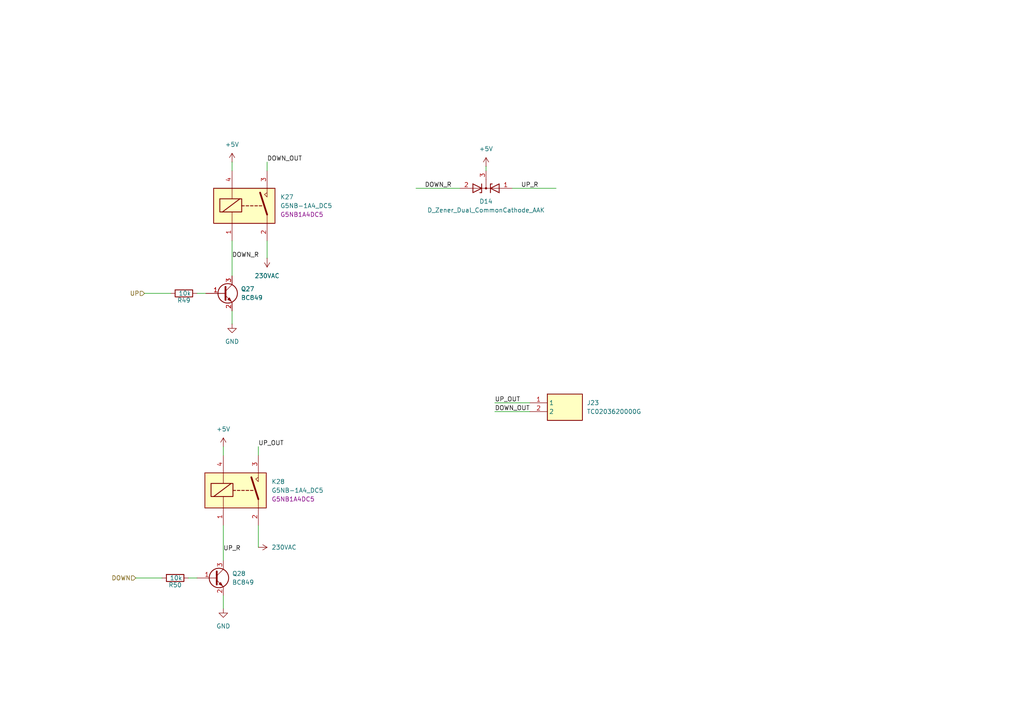
<source format=kicad_sch>
(kicad_sch (version 20231120) (generator "eeschema") (generator_version "8.0")
  (paper "A4")
  (lib_symbols
    (symbol "Device:D_Zener_Dual_CommonCathode_AAK" (pin_names (offset 0.762) hide)
      (property "Reference" "D" (at 1.27 -2.54 0))
      (property "Value" "D_Zener_Dual_CommonCathode_AAK" (at 0 2.54 0))
      (symbol "D_Zener_Dual_CommonCathode_AAK_0_1"
        (polyline (pts (xy -3.81 0) (xy 3.81 0)))
        (polyline (pts (xy 0 0) (xy 0 -2.54)))
        (polyline (pts (xy -1.27 1.27) (xy -1.27 -1.27) (xy -1.778 -1.27)) (stroke (width 0.254)))
        (polyline (pts (xy 1.27 -1.27) (xy 1.27 1.27) (xy 1.778 1.27)) (stroke (width 0.254)))
        (polyline (pts (xy -3.81 1.27) (xy -1.27 0) (xy -3.81 -1.27) (xy -3.81 1.27) (xy -3.81 1.27) (xy -3.81 1.27)) (stroke (width 0.254)))
        (polyline (pts (xy 3.81 -1.27) (xy 1.27 0) (xy 3.81 1.27) (xy 3.81 -1.27) (xy 3.81 -1.27) (xy 3.81 -1.27)) (stroke (width 0.254)))
        (circle (center 0 0) (radius 0.254) (fill (type outline)))
        (pin passive line (at -7.62 0 0) (length 3.81) (name "A") (number "1"))
        (pin passive line (at 7.62 0 180) (length 3.81) (name "A") (number "2"))
        (pin passive line (at 0 -5.08 90) (length 2.54) (name "K") (number "3"))
      )
    )
    (symbol "Device:R" (pin_numbers hide) (pin_names (offset 0))
      (property "Reference" "R" (at 2.032 0 90))
      (property "Value" "R" (at 0 0 90))
      (symbol "R_0_1"
        (rectangle (start -1.016 -2.54) (end 1.016 2.54) (stroke (width 0.254)))
      )
      (symbol "R_1_1"
        (pin passive line (at 0 3.81 270) (length 1.27) (name "~") (number "1"))
        (pin passive line (at 0 -3.81 90) (length 1.27) (name "~") (number "2"))
      )
    )
    (symbol "G5NB-1A4_DC5_1"
      (property "Reference" "K" (at 1.27 24.892 0))
      (property "Value" "G5NB-1A4_DC5" (at 0.508 4.572 0))
      (property "Footprint" "G5NB1A4DC5" (at 0.762 2.54 0))
      (symbol "G5NB-1A4_DC5_1_0_0"
        (polyline (pts (xy 11.43 7.62) (xy 8.89 7.62) (xy 9.652 8.382) (xy 10.16 7.62)))
      )
      (symbol "G5NB-1A4_DC5_1_0_1"
        (polyline (pts (xy 1.27 17.78) (xy 4.572 17.78)))
        (polyline (pts (xy 3.81 7.62) (xy 1.27 7.62)))
        (polyline (pts (xy 3.81 7.62) (xy 10.16 9.652)) (stroke (width 0.508)))
        (polyline (pts (xy 4.572 20.574) (xy 8.382 15.494)) (stroke (width 0.254)))
        (polyline (pts (xy 6.35 9.906) (xy 6.35 9.144)) (stroke (width 0.254)))
        (polyline (pts (xy 6.35 11.176) (xy 6.35 10.414)) (stroke (width 0.254)))
        (polyline (pts (xy 6.35 12.446) (xy 6.35 11.684)) (stroke (width 0.254)))
        (polyline (pts (xy 6.35 13.716) (xy 6.35 12.954)) (stroke (width 0.254)))
        (polyline (pts (xy 6.35 14.986) (xy 6.35 14.224)) (stroke (width 0.254)))
        (polyline (pts (xy 11.43 17.78) (xy 8.382 17.78)))
        (rectangle (start 1.27 23.114) (end 11.43 5.334) (stroke (width 0.254)) (fill (type background)))
        (rectangle (start 8.382 21.336) (end 4.572 14.986) (stroke (width 0.254)))
      )
      (symbol "G5NB-1A4_DC5_1_1_1"
        (pin passive line (at -3.81 17.78 0) (length 5.08) (name "") (number "1"))
        (pin passive line (at -3.81 7.62 0) (length 5.08) (name "") (number "2"))
        (pin passive line (at 16.51 7.62 180) (length 5.08) (name "") (number "3"))
        (pin passive line (at 16.51 17.78 180) (length 5.08) (name "") (number "4"))
      )
    )
    (symbol "TC0203620000G:TC0203620000G"
      (property "Reference" "J" (at 16.51 7.62 0))
      (property "Value" "TC0203620000G" (at 16.51 5.08 0))
      (symbol "TC0203620000G_1_1"
        (rectangle (start 5.08 2.54) (end 15.24 -5.08) (stroke (width 0.254)) (fill (type background)))
        (pin passive line (at 0 0 0) (length 5.08) (name "1") (number "1"))
        (pin passive line (at 0 -2.54 0) (length 5.08) (name "2") (number "2"))
      )
    )
    (symbol "Transistor_BJT:BC849" (pin_names (offset 0) hide)
      (property "Reference" "Q" (at 5.08 1.905 0))
      (property "Value" "BC849" (at 5.08 0 0))
      (symbol "BC849_0_1"
        (polyline (pts (xy 0.635 0.635) (xy 2.54 2.54)))
        (polyline (pts (xy 0.635 -0.635) (xy 2.54 -2.54) (xy 2.54 -2.54)))
        (polyline (pts (xy 0.635 1.905) (xy 0.635 -1.905) (xy 0.635 -1.905)) (stroke (width 0.508)))
        (polyline (pts (xy 1.27 -1.778) (xy 1.778 -1.27) (xy 2.286 -2.286) (xy 1.27 -1.778) (xy 1.27 -1.778)) (fill (type outline)))
        (circle (center 1.27 0) (radius 2.8194) (stroke (width 0.254)))
      )
      (symbol "BC849_1_1"
        (pin input line (at -5.08 0 0) (length 5.715) (name "B") (number "1"))
        (pin passive line (at 2.54 -5.08 90) (length 2.54) (name "E") (number "2"))
        (pin passive line (at 2.54 5.08 270) (length 2.54) (name "C") (number "3"))
      )
    )
    (symbol "power:+3V3" (power) (pin_numbers hide) (pin_names (offset 0) hide)
      (property "Value" "+3V3" (at 0 3.556 0))
      (symbol "+3V3_0_1"
        (polyline (pts (xy -0.762 1.27) (xy 0 2.54)))
        (polyline (pts (xy 0 0) (xy 0 2.54)))
        (polyline (pts (xy 0 2.54) (xy 0.762 1.27)))
      )
      (symbol "+3V3_1_1"
        (pin power_in line (at 0 0 90) (length 0) (name "~") (number "1"))
      )
    )
    (symbol "power:GND" (power) (pin_numbers hide) (pin_names (offset 0) hide)
      (property "Value" "GND" (at 0 -3.81 0))
      (symbol "GND_0_1"
        (polyline (pts (xy 0 0) (xy 0 -1.27) (xy 1.27 -1.27) (xy 0 -2.54) (xy -1.27 -1.27) (xy 0 -1.27)))
      )
      (symbol "GND_1_1"
        (pin power_in line (at 0 0 270) (length 0) (name "~") (number "1"))
      )
    )
  )
  (wire (pts (xy 74.93 129.54) (xy 74.93 132.08)))
  (wire (pts (xy 41.91 85.09) (xy 49.53 85.09)))
  (wire (pts (xy 77.47 46.99) (xy 77.47 49.53)))
  (wire (pts (xy 77.47 74.93) (xy 77.47 69.85)))
  (wire (pts (xy 148.59 54.61) (xy 161.29 54.61)))
  (wire (pts (xy 67.31 46.99) (xy 67.31 49.53)))
  (wire (pts (xy 54.61 167.64) (xy 57.15 167.64)))
  (wire (pts (xy 74.93 158.75) (xy 74.93 152.4)))
  (wire (pts (xy 64.77 172.72) (xy 64.77 176.53)))
  (wire (pts (xy 120.65 54.61) (xy 133.35 54.61)))
  (wire (pts (xy 67.31 90.17) (xy 67.31 93.98)))
  (wire (pts (xy 143.51 119.38) (xy 153.67 119.38)))
  (wire (pts (xy 140.97 48.26) (xy 140.97 49.53)))
  (wire (pts (xy 64.77 152.4) (xy 64.77 162.56)))
  (wire (pts (xy 64.77 129.54) (xy 64.77 132.08)))
  (wire (pts (xy 57.15 85.09) (xy 59.69 85.09)))
  (wire (pts (xy 39.37 167.64) (xy 46.99 167.64)))
  (wire (pts (xy 143.51 116.84) (xy 153.67 116.84)))
  (wire (pts (xy 67.31 69.85) (xy 67.31 80.01)))
  (label "DOWN_R" (at 67.31 74.93 0))
  (label "DOWN_OUT" (at 77.47 46.99 0))
  (label "DOWN_R" (at 123.19 54.61 0))
  (label "UP_R" (at 64.77 160.02 0))
  (label "UP_R" (at 151.13 54.61 0))
  (label "UP_OUT" (at 74.93 129.54 0))
  (label "UP_OUT" (at 143.51 116.84 0))
  (label "DOWN_OUT" (at 143.51 119.38 0))
  (hierarchical_label "UP" (shape input) (at 41.91 85.09 180))
  (hierarchical_label "DOWN" (shape input) (at 39.37 167.64 180))
  (symbol (lib_id "power:+3V3") (at 77.47 74.93 180) (unit 1)
    (property "Reference" "#PWR033" (effects (hide yes)))
    (property "Value" "230VAC" (at 77.47 80.01 0))
    (property "Description" "Power symbol creates a global label with name \"+3V3\"" (effects (hide yes)))
    (instances (project "home_auto" (path "" (reference "#PWR0124") (unit 1)) (path "" (reference "#PWR0103") (unit 1)) (path "" (reference "#PWR0117") (unit 1)) (path "" (reference "#PWR0110") (unit 1)) (path "" (reference "#PWR040") (unit 1)) (path "" (reference "#PWR047") (unit 1)) (path "" (reference "#PWR054") (unit 1)) (path "" (reference "#PWR033") (unit 1)) (path "" (reference "#PWR061") (unit 1)) (path "" (reference "#PWR068") (unit 1)) (path "" (reference "#PWR089") (unit 1)) (path "" (reference "#PWR082") (unit 1)) (path "" (reference "#PWR075") (unit 1)) (path "" (reference "#PWR096") (unit 1))))
  )
  (symbol (lib_id "power:+3V3") (at 64.77 129.54 0) (unit 1)
    (property "Reference" "#PWR0105" (effects (hide yes)))
    (property "Value" "+5V" (at 64.77 124.46 0))
    (property "Description" "Power symbol creates a global label with name \"+3V3\"" (effects (hide yes)))
    (instances (project "home_auto" (path "" (reference "#PWR0126") (unit 1)) (path "" (reference "#PWR0105") (unit 1)) (path "" (reference "#PWR0119") (unit 1)) (path "" (reference "#PWR0112") (unit 1)) (path "" (reference "#PWR042") (unit 1)) (path "" (reference "#PWR049") (unit 1)) (path "" (reference "#PWR056") (unit 1)) (path "" (reference "#PWR035") (unit 1)) (path "" (reference "#PWR063") (unit 1)) (path "" (reference "#PWR070") (unit 1)) (path "" (reference "#PWR091") (unit 1)) (path "" (reference "#PWR084") (unit 1)) (path "" (reference "#PWR077") (unit 1)) (path "" (reference "#PWR098") (unit 1))))
  )
  (symbol (lib_id "Device:R") (at 53.34 85.09 270) (unit 1)
    (property "Reference" "R43" (at 53.34 87.122 90))
    (property "Value" "10k" (at 53.594 85.09 90))
    (property "Footprint" "Resistor_SMD:R_0603_1608Metric" (effects (hide yes)))
    (property "Description" "Resistor" (effects (hide yes)))
    (instances (project "home_auto" (path "" (reference "R49") (unit 1)) (path "" (reference "R43") (unit 1)) (path "" (reference "R47") (unit 1)) (path "" (reference "R45") (unit 1)) (path "" (reference "R25") (unit 1)) (path "" (reference "R27") (unit 1)) (path "" (reference "R29") (unit 1)) (path "" (reference "R23") (unit 1)) (path "" (reference "R31") (unit 1)) (path "" (reference "R33") (unit 1)) (path "" (reference "R39") (unit 1)) (path "" (reference "R37") (unit 1)) (path "" (reference "R35") (unit 1)) (path "" (reference "R41") (unit 1))))
  )
  (symbol (lib_id "TC0203620000G:TC0203620000G") (at 153.67 116.84 0) (unit 1)
    (property "Reference" "J20" (at 170.18 116.8399 0) (effects (justify left)))
    (property "Value" "TC0203620000G" (at 170.18 119.3799 0) (effects (justify left)))
    (property "Footprint" "TC0203620000G" (effects (hide yes)))
    (property "Datasheet" "https://componentsearchengine.com/Datasheets/1/TC0203620000G.pdf" (effects (hide yes)))
    (property "Description" "Fixed Terminal Blocks 500 TB WIR PRO 180D" (effects (hide yes)))
    (property "Height" "10.5" (effects (hide yes)))
    (property "Mouser Part Number" "649-TC02036200J0G" (effects (hide yes)))
    (property "Mouser Price/Stock" "https://www.mouser.co.uk/ProductDetail/Amphenol-Anytek/TC0203620000G?qs=Mv7BduZupUiHURQaUHJ1XQ%3D%3D" (effects (hide yes)))
    (property "Manufacturer_Name" "Amphenol" (effects (hide yes)))
    (property "Manufacturer_Part_Number" "TC0203620000G" (effects (hide yes)))
    (instances (project "home_auto" (path "" (reference "J23") (unit 1)) (path "" (reference "J20") (unit 1)) (path "" (reference "J22") (unit 1)) (path "" (reference "J21") (unit 1)) (path "" (reference "J11") (unit 1)) (path "" (reference "J12") (unit 1)) (path "" (reference "J13") (unit 1)) (path "" (reference "J10") (unit 1)) (path "" (reference "J14") (unit 1)) (path "" (reference "J15") (unit 1)) (path "" (reference "J18") (unit 1)) (path "" (reference "J17") (unit 1)) (path "" (reference "J16") (unit 1)) (path "" (reference "J19") (unit 1))))
  )
  (symbol (lib_name "G5NB-1A4_DC5_1") (lib_id "G5NB-1A4_DC5:G5NB-1A4_DC5") (at 85.09 66.04 90) (unit 1)
    (property "Reference" "K1" (at 81.28 57.1499 90) (effects (justify right)))
    (property "Value" "G5NB-1A4_DC5" (at 81.28 59.6899 90) (effects (justify right)))
    (property "Footprint" "G5NB1A4DC5" (at 81.28 62.2299 90) (effects (justify right)))
    (property "Datasheet" "http://omronfs.omron.com/en_US/ecb/products/pdf/en-g5nb.pdf" (effects (hide yes)))
    (property "Description" "General Purpose Relays Power PCB Relay" (effects (hide yes)))
    (property "Height" "15" (effects (hide yes)))
    (property "Mouser Part Number" "653-G5NB-1A4DC5" (effects (hide yes)))
    (property "Mouser Price/Stock" "https://www.mouser.co.uk/ProductDetail/Omron-Electronics/G5NB-1A4-DC5?qs=QTkYtwcxD6PG87x%252BiLy8ng%3D%3D" (effects (hide yes)))
    (property "Manufacturer_Name" "Omron Electronics" (effects (hide yes)))
    (property "Manufacturer_Part_Number" "G5NB-1A4 DC5" (effects (hide yes)))
    (instances (project "home_auto" (path "" (reference "K27") (unit 1)) (path "" (reference "K21") (unit 1)) (path "" (reference "K25") (unit 1)) (path "" (reference "K23") (unit 1)) (path "" (reference "K3") (unit 1)) (path "" (reference "K5") (unit 1)) (path "" (reference "K7") (unit 1)) (path "" (reference "K1") (unit 1)) (path "" (reference "K9") (unit 1)) (path "" (reference "K11") (unit 1)) (path "" (reference "K17") (unit 1)) (path "" (reference "K15") (unit 1)) (path "" (reference "K13") (unit 1)) (path "" (reference "K19") (unit 1))))
  )
  (symbol (lib_id "power:+3V3") (at 74.93 158.75 270) (unit 1)
    (property "Reference" "#PWR036" (effects (hide yes)))
    (property "Value" "230VAC" (at 78.74 158.7499 90) (effects (justify left)))
    (property "Description" "Power symbol creates a global label with name \"+3V3\"" (effects (hide yes)))
    (instances (project "home_auto" (path "" (reference "#PWR0127") (unit 1)) (path "" (reference "#PWR0106") (unit 1)) (path "" (reference "#PWR0120") (unit 1)) (path "" (reference "#PWR0113") (unit 1)) (path "" (reference "#PWR043") (unit 1)) (path "" (reference "#PWR050") (unit 1)) (path "" (reference "#PWR057") (unit 1)) (path "" (reference "#PWR036") (unit 1)) (path "" (reference "#PWR064") (unit 1)) (path "" (reference "#PWR071") (unit 1)) (path "" (reference "#PWR092") (unit 1)) (path "" (reference "#PWR085") (unit 1)) (path "" (reference "#PWR078") (unit 1)) (path "" (reference "#PWR099") (unit 1))))
  )
  (symbol (lib_name "G5NB-1A4_DC5_1") (lib_id "G5NB-1A4_DC5:G5NB-1A4_DC5") (at 82.55 148.59 90) (unit 1)
    (property "Reference" "K24" (at 78.74 139.6999 90) (effects (justify right)))
    (property "Value" "G5NB-1A4_DC5" (at 78.74 142.2399 90) (effects (justify right)))
    (property "Footprint" "G5NB1A4DC5" (at 78.74 144.7799 90) (effects (justify right)))
    (property "Datasheet" "http://omronfs.omron.com/en_US/ecb/products/pdf/en-g5nb.pdf" (effects (hide yes)))
    (property "Description" "General Purpose Relays Power PCB Relay" (effects (hide yes)))
    (property "Height" "15" (effects (hide yes)))
    (property "Mouser Part Number" "653-G5NB-1A4DC5" (effects (hide yes)))
    (property "Mouser Price/Stock" "https://www.mouser.co.uk/ProductDetail/Omron-Electronics/G5NB-1A4-DC5?qs=QTkYtwcxD6PG87x%252BiLy8ng%3D%3D" (effects (hide yes)))
    (property "Manufacturer_Name" "Omron Electronics" (effects (hide yes)))
    (property "Manufacturer_Part_Number" "G5NB-1A4 DC5" (effects (hide yes)))
    (instances (project "home_auto" (path "" (reference "K28") (unit 1)) (path "" (reference "K22") (unit 1)) (path "" (reference "K26") (unit 1)) (path "" (reference "K24") (unit 1)) (path "" (reference "K4") (unit 1)) (path "" (reference "K6") (unit 1)) (path "" (reference "K8") (unit 1)) (path "" (reference "K2") (unit 1)) (path "" (reference "K10") (unit 1)) (path "" (reference "K12") (unit 1)) (path "" (reference "K18") (unit 1)) (path "" (reference "K16") (unit 1)) (path "" (reference "K14") (unit 1)) (path "" (reference "K20") (unit 1))))
  )
  (symbol (lib_id "power:GND") (at 64.77 176.53 0) (unit 1)
    (property "Reference" "#PWR0107" (effects (hide yes)))
    (property "Value" "GND" (at 64.77 181.61 0))
    (property "Description" "Power symbol creates a global label with name \"GND\" , ground" (effects (hide yes)))
    (instances (project "home_auto" (path "" (reference "#PWR0128") (unit 1)) (path "" (reference "#PWR0107") (unit 1)) (path "" (reference "#PWR0121") (unit 1)) (path "" (reference "#PWR0114") (unit 1)) (path "" (reference "#PWR044") (unit 1)) (path "" (reference "#PWR051") (unit 1)) (path "" (reference "#PWR058") (unit 1)) (path "" (reference "#PWR037") (unit 1)) (path "" (reference "#PWR065") (unit 1)) (path "" (reference "#PWR072") (unit 1)) (path "" (reference "#PWR093") (unit 1)) (path "" (reference "#PWR086") (unit 1)) (path "" (reference "#PWR079") (unit 1)) (path "" (reference "#PWR0100") (unit 1))))
  )
  (symbol (lib_id "Transistor_BJT:BC849") (at 62.23 167.64 0) (unit 1)
    (property "Reference" "Q22" (at 67.31 166.3699 0) (effects (justify left)))
    (property "Value" "BC849" (at 67.31 168.9099 0) (effects (justify left)))
    (property "Footprint" "Package_TO_SOT_SMD:SOT-23" (effects (hide yes)))
    (property "Datasheet" "http://www.infineon.com/dgdl/Infineon-BC847SERIES_BC848SERIES_BC849SERIES_BC850SERIES-DS-v01_01-en.pdf?fileId=db3a304314dca389011541d4630a1657" (effects (hide yes)))
    (property "Description" "0.1A Ic, 30V Vce, NPN Transistor, SOT-23" (effects (hide yes)))
    (instances (project "home_auto" (path "" (reference "Q28") (unit 1)) (path "" (reference "Q22") (unit 1)) (path "" (reference "Q26") (unit 1)) (path "" (reference "Q24") (unit 1)) (path "" (reference "Q4") (unit 1)) (path "" (reference "Q6") (unit 1)) (path "" (reference "Q8") (unit 1)) (path "" (reference "Q2") (unit 1)) (path "" (reference "Q10") (unit 1)) (path "" (reference "Q12") (unit 1)) (path "" (reference "Q18") (unit 1)) (path "" (reference "Q16") (unit 1)) (path "" (reference "Q14") (unit 1)) (path "" (reference "Q20") (unit 1))))
  )
  (symbol (lib_id "power:+3V3") (at 67.31 46.99 0) (unit 1)
    (property "Reference" "#PWR0101" (effects (hide yes)))
    (property "Value" "+5V" (at 67.31 41.91 0))
    (property "Description" "Power symbol creates a global label with name \"+3V3\"" (effects (hide yes)))
    (instances (project "home_auto" (path "" (reference "#PWR0122") (unit 1)) (path "" (reference "#PWR0101") (unit 1)) (path "" (reference "#PWR0115") (unit 1)) (path "" (reference "#PWR0108") (unit 1)) (path "" (reference "#PWR038") (unit 1)) (path "" (reference "#PWR045") (unit 1)) (path "" (reference "#PWR052") (unit 1)) (path "" (reference "#PWR031") (unit 1)) (path "" (reference "#PWR059") (unit 1)) (path "" (reference "#PWR066") (unit 1)) (path "" (reference "#PWR087") (unit 1)) (path "" (reference "#PWR080") (unit 1)) (path "" (reference "#PWR073") (unit 1)) (path "" (reference "#PWR094") (unit 1))))
  )
  (symbol (lib_id "power:GND") (at 67.31 93.98 0) (unit 1)
    (property "Reference" "#PWR0104" (effects (hide yes)))
    (property "Value" "GND" (at 67.31 99.06 0))
    (property "Description" "Power symbol creates a global label with name \"GND\" , ground" (effects (hide yes)))
    (instances (project "home_auto" (path "" (reference "#PWR0125") (unit 1)) (path "" (reference "#PWR0104") (unit 1)) (path "" (reference "#PWR0118") (unit 1)) (path "" (reference "#PWR0111") (unit 1)) (path "" (reference "#PWR041") (unit 1)) (path "" (reference "#PWR048") (unit 1)) (path "" (reference "#PWR055") (unit 1)) (path "" (reference "#PWR034") (unit 1)) (path "" (reference "#PWR062") (unit 1)) (path "" (reference "#PWR069") (unit 1)) (path "" (reference "#PWR090") (unit 1)) (path "" (reference "#PWR083") (unit 1)) (path "" (reference "#PWR076") (unit 1)) (path "" (reference "#PWR097") (unit 1))))
  )
  (symbol (lib_id "power:+3V3") (at 140.97 48.26 0) (unit 1)
    (property "Reference" "#PWR0102" (effects (hide yes)))
    (property "Value" "+5V" (at 140.97 43.18 0))
    (property "Description" "Power symbol creates a global label with name \"+3V3\"" (effects (hide yes)))
    (instances (project "home_auto" (path "" (reference "#PWR0123") (unit 1)) (path "" (reference "#PWR0102") (unit 1)) (path "" (reference "#PWR0116") (unit 1)) (path "" (reference "#PWR0109") (unit 1)) (path "" (reference "#PWR039") (unit 1)) (path "" (reference "#PWR046") (unit 1)) (path "" (reference "#PWR053") (unit 1)) (path "" (reference "#PWR032") (unit 1)) (path "" (reference "#PWR060") (unit 1)) (path "" (reference "#PWR067") (unit 1)) (path "" (reference "#PWR088") (unit 1)) (path "" (reference "#PWR081") (unit 1)) (path "" (reference "#PWR074") (unit 1)) (path "" (reference "#PWR095") (unit 1))))
  )
  (symbol (lib_id "Transistor_BJT:BC849") (at 64.77 85.09 0) (unit 1)
    (property "Reference" "Q21" (at 69.85 83.8199 0) (effects (justify left)))
    (property "Value" "BC849" (at 69.85 86.3599 0) (effects (justify left)))
    (property "Footprint" "Package_TO_SOT_SMD:SOT-23" (effects (hide yes)))
    (property "Datasheet" "http://www.infineon.com/dgdl/Infineon-BC847SERIES_BC848SERIES_BC849SERIES_BC850SERIES-DS-v01_01-en.pdf?fileId=db3a304314dca389011541d4630a1657" (effects (hide yes)))
    (property "Description" "0.1A Ic, 30V Vce, NPN Transistor, SOT-23" (effects (hide yes)))
    (instances (project "home_auto" (path "" (reference "Q27") (unit 1)) (path "" (reference "Q21") (unit 1)) (path "" (reference "Q25") (unit 1)) (path "" (reference "Q23") (unit 1)) (path "" (reference "Q3") (unit 1)) (path "" (reference "Q5") (unit 1)) (path "" (reference "Q7") (unit 1)) (path "" (reference "Q1") (unit 1)) (path "" (reference "Q9") (unit 1)) (path "" (reference "Q11") (unit 1)) (path "" (reference "Q17") (unit 1)) (path "" (reference "Q15") (unit 1)) (path "" (reference "Q13") (unit 1)) (path "" (reference "Q19") (unit 1))))
  )
  (symbol (lib_id "Device:D_Zener_Dual_CommonCathode_AAK") (at 140.97 54.61 180) (unit 1)
    (property "Reference" "D12" (at 140.97 58.42 0))
    (property "Value" "D_Zener_Dual_CommonCathode_AAK" (at 140.97 60.96 0))
    (property "Footprint" "Package_TO_SOT_SMD:SOT-23" (effects (hide yes)))
    (property "Description" "Dual Zener diode, common cathode on pin 3" (effects (hide yes)))
    (instances (project "home_auto" (path "" (reference "D14") (unit 1)) (path "" (reference "D11") (unit 1)) (path "" (reference "D13") (unit 1)) (path "" (reference "D12") (unit 1)) (path "" (reference "D2") (unit 1)) (path "" (reference "D3") (unit 1)) (path "" (reference "D4") (unit 1)) (path "" (reference "D1") (unit 1)) (path "" (reference "D5") (unit 1)) (path "" (reference "D6") (unit 1)) (path "" (reference "D9") (unit 1)) (path "" (reference "D8") (unit 1)) (path "" (reference "D7") (unit 1)) (path "" (reference "D10") (unit 1))))
  )
  (symbol (lib_id "Device:R") (at 50.8 167.64 270) (unit 1)
    (property "Reference" "R44" (at 50.8 169.672 90))
    (property "Value" "10k" (at 51.054 167.64 90))
    (property "Footprint" "Resistor_SMD:R_0603_1608Metric" (effects (hide yes)))
    (property "Description" "Resistor" (effects (hide yes)))
    (instances (project "home_auto" (path "" (reference "R50") (unit 1)) (path "" (reference "R44") (unit 1)) (path "" (reference "R48") (unit 1)) (path "" (reference "R46") (unit 1)) (path "" (reference "R26") (unit 1)) (path "" (reference "R28") (unit 1)) (path "" (reference "R30") (unit 1)) (path "" (reference "R24") (unit 1)) (path "" (reference "R32") (unit 1)) (path "" (reference "R34") (unit 1)) (path "" (reference "R40") (unit 1)) (path "" (reference "R38") (unit 1)) (path "" (reference "R36") (unit 1)) (path "" (reference "R42") (unit 1))))
  )
)
</source>
